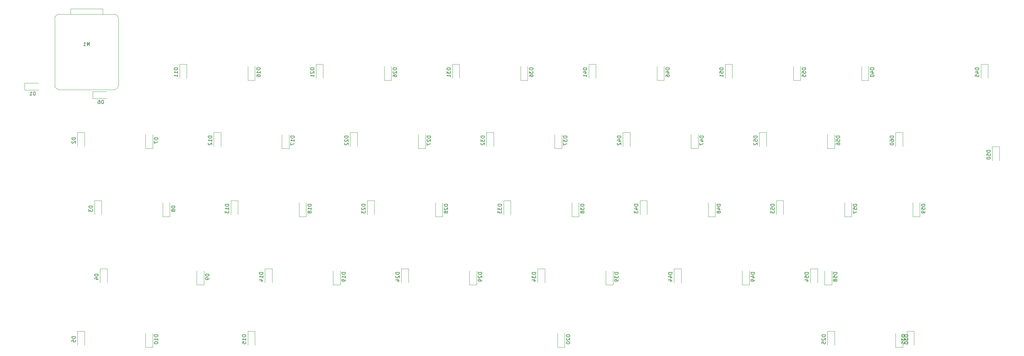
<source format=gbo>
G04 #@! TF.GenerationSoftware,KiCad,Pcbnew,(6.0.4)*
G04 #@! TF.CreationDate,2022-06-06T22:41:23+02:00*
G04 #@! TF.ProjectId,XIAO2040,5849414f-3230-4343-902e-6b696361645f,rev?*
G04 #@! TF.SameCoordinates,Original*
G04 #@! TF.FileFunction,Legend,Bot*
G04 #@! TF.FilePolarity,Positive*
%FSLAX46Y46*%
G04 Gerber Fmt 4.6, Leading zero omitted, Abs format (unit mm)*
G04 Created by KiCad (PCBNEW (6.0.4)) date 2022-06-06 22:41:23*
%MOMM*%
%LPD*%
G01*
G04 APERTURE LIST*
%ADD10C,0.150000*%
%ADD11C,0.120000*%
G04 APERTURE END LIST*
D10*
G04 #@! TO.C,D21*
X104814880Y79795535D02*
X103814880Y79795535D01*
X103814880Y79557440D01*
X103862500Y79414583D01*
X103957738Y79319345D01*
X104052976Y79271726D01*
X104243452Y79224107D01*
X104386309Y79224107D01*
X104576785Y79271726D01*
X104672023Y79319345D01*
X104767261Y79414583D01*
X104814880Y79557440D01*
X104814880Y79795535D01*
X103910119Y78843154D02*
X103862500Y78795535D01*
X103814880Y78700297D01*
X103814880Y78462202D01*
X103862500Y78366964D01*
X103910119Y78319345D01*
X104005357Y78271726D01*
X104100595Y78271726D01*
X104243452Y78319345D01*
X104814880Y78890773D01*
X104814880Y78271726D01*
X104814880Y77319345D02*
X104814880Y77890773D01*
X104814880Y77605059D02*
X103814880Y77605059D01*
X103957738Y77700297D01*
X104052976Y77795535D01*
X104100595Y77890773D01*
G04 #@! TO.C,D55*
X242164880Y79795535D02*
X241164880Y79795535D01*
X241164880Y79557440D01*
X241212500Y79414583D01*
X241307738Y79319345D01*
X241402976Y79271726D01*
X241593452Y79224107D01*
X241736309Y79224107D01*
X241926785Y79271726D01*
X242022023Y79319345D01*
X242117261Y79414583D01*
X242164880Y79557440D01*
X242164880Y79795535D01*
X241164880Y78319345D02*
X241164880Y78795535D01*
X241641071Y78843154D01*
X241593452Y78795535D01*
X241545833Y78700297D01*
X241545833Y78462202D01*
X241593452Y78366964D01*
X241641071Y78319345D01*
X241736309Y78271726D01*
X241974404Y78271726D01*
X242069642Y78319345D01*
X242117261Y78366964D01*
X242164880Y78462202D01*
X242164880Y78700297D01*
X242117261Y78795535D01*
X242069642Y78843154D01*
X241164880Y77366964D02*
X241164880Y77843154D01*
X241641071Y77890773D01*
X241593452Y77843154D01*
X241545833Y77747916D01*
X241545833Y77509821D01*
X241593452Y77414583D01*
X241641071Y77366964D01*
X241736309Y77319345D01*
X241974404Y77319345D01*
X242069642Y77366964D01*
X242117261Y77414583D01*
X242164880Y77509821D01*
X242164880Y77747916D01*
X242117261Y77843154D01*
X242069642Y77890773D01*
G04 #@! TO.C,D20*
X176283630Y5183035D02*
X175283630Y5183035D01*
X175283630Y4944940D01*
X175331250Y4802083D01*
X175426488Y4706845D01*
X175521726Y4659226D01*
X175712202Y4611607D01*
X175855059Y4611607D01*
X176045535Y4659226D01*
X176140773Y4706845D01*
X176236011Y4802083D01*
X176283630Y4944940D01*
X176283630Y5183035D01*
X175378869Y4230654D02*
X175331250Y4183035D01*
X175283630Y4087797D01*
X175283630Y3849702D01*
X175331250Y3754464D01*
X175378869Y3706845D01*
X175474107Y3659226D01*
X175569345Y3659226D01*
X175712202Y3706845D01*
X176283630Y4278273D01*
X176283630Y3659226D01*
X175283630Y3040178D02*
X175283630Y2944940D01*
X175331250Y2849702D01*
X175378869Y2802083D01*
X175474107Y2754464D01*
X175664583Y2706845D01*
X175902678Y2706845D01*
X176093154Y2754464D01*
X176188392Y2802083D01*
X176236011Y2849702D01*
X176283630Y2944940D01*
X176283630Y3040178D01*
X176236011Y3135416D01*
X176188392Y3183035D01*
X176093154Y3230654D01*
X175902678Y3278273D01*
X175664583Y3278273D01*
X175474107Y3230654D01*
X175378869Y3183035D01*
X175331250Y3135416D01*
X175283630Y3040178D01*
G04 #@! TO.C,D33*
X157202380Y41695535D02*
X156202380Y41695535D01*
X156202380Y41457440D01*
X156250000Y41314583D01*
X156345238Y41219345D01*
X156440476Y41171726D01*
X156630952Y41124107D01*
X156773809Y41124107D01*
X156964285Y41171726D01*
X157059523Y41219345D01*
X157154761Y41314583D01*
X157202380Y41457440D01*
X157202380Y41695535D01*
X156202380Y40790773D02*
X156202380Y40171726D01*
X156583333Y40505059D01*
X156583333Y40362202D01*
X156630952Y40266964D01*
X156678571Y40219345D01*
X156773809Y40171726D01*
X157011904Y40171726D01*
X157107142Y40219345D01*
X157154761Y40266964D01*
X157202380Y40362202D01*
X157202380Y40647916D01*
X157154761Y40743154D01*
X157107142Y40790773D01*
X156202380Y39838392D02*
X156202380Y39219345D01*
X156583333Y39552678D01*
X156583333Y39409821D01*
X156630952Y39314583D01*
X156678571Y39266964D01*
X156773809Y39219345D01*
X157011904Y39219345D01*
X157107142Y39266964D01*
X157154761Y39314583D01*
X157202380Y39409821D01*
X157202380Y39695535D01*
X157154761Y39790773D01*
X157107142Y39838392D01*
G04 #@! TO.C,D26*
X127864880Y79795535D02*
X126864880Y79795535D01*
X126864880Y79557440D01*
X126912500Y79414583D01*
X127007738Y79319345D01*
X127102976Y79271726D01*
X127293452Y79224107D01*
X127436309Y79224107D01*
X127626785Y79271726D01*
X127722023Y79319345D01*
X127817261Y79414583D01*
X127864880Y79557440D01*
X127864880Y79795535D01*
X126960119Y78843154D02*
X126912500Y78795535D01*
X126864880Y78700297D01*
X126864880Y78462202D01*
X126912500Y78366964D01*
X126960119Y78319345D01*
X127055357Y78271726D01*
X127150595Y78271726D01*
X127293452Y78319345D01*
X127864880Y78890773D01*
X127864880Y78271726D01*
X126864880Y77414583D02*
X126864880Y77605059D01*
X126912500Y77700297D01*
X126960119Y77747916D01*
X127102976Y77843154D01*
X127293452Y77890773D01*
X127674404Y77890773D01*
X127769642Y77843154D01*
X127817261Y77795535D01*
X127864880Y77700297D01*
X127864880Y77509821D01*
X127817261Y77414583D01*
X127769642Y77366964D01*
X127674404Y77319345D01*
X127436309Y77319345D01*
X127341071Y77366964D01*
X127293452Y77414583D01*
X127245833Y77509821D01*
X127245833Y77700297D01*
X127293452Y77795535D01*
X127341071Y77843154D01*
X127436309Y77890773D01*
G04 #@! TO.C,D23*
X119102380Y41695535D02*
X118102380Y41695535D01*
X118102380Y41457440D01*
X118150000Y41314583D01*
X118245238Y41219345D01*
X118340476Y41171726D01*
X118530952Y41124107D01*
X118673809Y41124107D01*
X118864285Y41171726D01*
X118959523Y41219345D01*
X119054761Y41314583D01*
X119102380Y41457440D01*
X119102380Y41695535D01*
X118197619Y40743154D02*
X118150000Y40695535D01*
X118102380Y40600297D01*
X118102380Y40362202D01*
X118150000Y40266964D01*
X118197619Y40219345D01*
X118292857Y40171726D01*
X118388095Y40171726D01*
X118530952Y40219345D01*
X119102380Y40790773D01*
X119102380Y40171726D01*
X118102380Y39838392D02*
X118102380Y39219345D01*
X118483333Y39552678D01*
X118483333Y39409821D01*
X118530952Y39314583D01*
X118578571Y39266964D01*
X118673809Y39219345D01*
X118911904Y39219345D01*
X119007142Y39266964D01*
X119054761Y39314583D01*
X119102380Y39409821D01*
X119102380Y39695535D01*
X119054761Y39790773D01*
X119007142Y39838392D01*
G04 #@! TO.C,D43*
X195302380Y41695535D02*
X194302380Y41695535D01*
X194302380Y41457440D01*
X194350000Y41314583D01*
X194445238Y41219345D01*
X194540476Y41171726D01*
X194730952Y41124107D01*
X194873809Y41124107D01*
X195064285Y41171726D01*
X195159523Y41219345D01*
X195254761Y41314583D01*
X195302380Y41457440D01*
X195302380Y41695535D01*
X194635714Y40266964D02*
X195302380Y40266964D01*
X194254761Y40505059D02*
X194969047Y40743154D01*
X194969047Y40124107D01*
X194302380Y39838392D02*
X194302380Y39219345D01*
X194683333Y39552678D01*
X194683333Y39409821D01*
X194730952Y39314583D01*
X194778571Y39266964D01*
X194873809Y39219345D01*
X195111904Y39219345D01*
X195207142Y39266964D01*
X195254761Y39314583D01*
X195302380Y39409821D01*
X195302380Y39695535D01*
X195254761Y39790773D01*
X195207142Y39838392D01*
G04 #@! TO.C,D60*
X266739880Y60745535D02*
X265739880Y60745535D01*
X265739880Y60507440D01*
X265787500Y60364583D01*
X265882738Y60269345D01*
X265977976Y60221726D01*
X266168452Y60174107D01*
X266311309Y60174107D01*
X266501785Y60221726D01*
X266597023Y60269345D01*
X266692261Y60364583D01*
X266739880Y60507440D01*
X266739880Y60745535D01*
X265739880Y59316964D02*
X265739880Y59507440D01*
X265787500Y59602678D01*
X265835119Y59650297D01*
X265977976Y59745535D01*
X266168452Y59793154D01*
X266549404Y59793154D01*
X266644642Y59745535D01*
X266692261Y59697916D01*
X266739880Y59602678D01*
X266739880Y59412202D01*
X266692261Y59316964D01*
X266644642Y59269345D01*
X266549404Y59221726D01*
X266311309Y59221726D01*
X266216071Y59269345D01*
X266168452Y59316964D01*
X266120833Y59412202D01*
X266120833Y59602678D01*
X266168452Y59697916D01*
X266216071Y59745535D01*
X266311309Y59793154D01*
X265739880Y58602678D02*
X265739880Y58507440D01*
X265787500Y58412202D01*
X265835119Y58364583D01*
X265930357Y58316964D01*
X266120833Y58269345D01*
X266358928Y58269345D01*
X266549404Y58316964D01*
X266644642Y58364583D01*
X266692261Y58412202D01*
X266739880Y58507440D01*
X266739880Y58602678D01*
X266692261Y58697916D01*
X266644642Y58745535D01*
X266549404Y58793154D01*
X266358928Y58840773D01*
X266120833Y58840773D01*
X265930357Y58793154D01*
X265835119Y58745535D01*
X265787500Y58697916D01*
X265739880Y58602678D01*
G04 #@! TO.C,D5*
X38139880Y4706845D02*
X37139880Y4706845D01*
X37139880Y4468750D01*
X37187500Y4325892D01*
X37282738Y4230654D01*
X37377976Y4183035D01*
X37568452Y4135416D01*
X37711309Y4135416D01*
X37901785Y4183035D01*
X37997023Y4230654D01*
X38092261Y4325892D01*
X38139880Y4468750D01*
X38139880Y4706845D01*
X37139880Y3230654D02*
X37139880Y3706845D01*
X37616071Y3754464D01*
X37568452Y3706845D01*
X37520833Y3611607D01*
X37520833Y3373511D01*
X37568452Y3278273D01*
X37616071Y3230654D01*
X37711309Y3183035D01*
X37949404Y3183035D01*
X38044642Y3230654D01*
X38092261Y3278273D01*
X38139880Y3373511D01*
X38139880Y3611607D01*
X38092261Y3706845D01*
X38044642Y3754464D01*
G04 #@! TO.C,D8*
X65952380Y41219345D02*
X64952380Y41219345D01*
X64952380Y40981250D01*
X65000000Y40838392D01*
X65095238Y40743154D01*
X65190476Y40695535D01*
X65380952Y40647916D01*
X65523809Y40647916D01*
X65714285Y40695535D01*
X65809523Y40743154D01*
X65904761Y40838392D01*
X65952380Y40981250D01*
X65952380Y41219345D01*
X65380952Y40076488D02*
X65333333Y40171726D01*
X65285714Y40219345D01*
X65190476Y40266964D01*
X65142857Y40266964D01*
X65047619Y40219345D01*
X65000000Y40171726D01*
X64952380Y40076488D01*
X64952380Y39886011D01*
X65000000Y39790773D01*
X65047619Y39743154D01*
X65142857Y39695535D01*
X65190476Y39695535D01*
X65285714Y39743154D01*
X65333333Y39790773D01*
X65380952Y39886011D01*
X65380952Y40076488D01*
X65428571Y40171726D01*
X65476190Y40219345D01*
X65571428Y40266964D01*
X65761904Y40266964D01*
X65857142Y40219345D01*
X65904761Y40171726D01*
X65952380Y40076488D01*
X65952380Y39886011D01*
X65904761Y39790773D01*
X65857142Y39743154D01*
X65761904Y39695535D01*
X65571428Y39695535D01*
X65476190Y39743154D01*
X65428571Y39790773D01*
X65380952Y39886011D01*
G04 #@! TO.C,D2*
X38139880Y60269345D02*
X37139880Y60269345D01*
X37139880Y60031250D01*
X37187500Y59888392D01*
X37282738Y59793154D01*
X37377976Y59745535D01*
X37568452Y59697916D01*
X37711309Y59697916D01*
X37901785Y59745535D01*
X37997023Y59793154D01*
X38092261Y59888392D01*
X38139880Y60031250D01*
X38139880Y60269345D01*
X37235119Y59316964D02*
X37187500Y59269345D01*
X37139880Y59174107D01*
X37139880Y58936011D01*
X37187500Y58840773D01*
X37235119Y58793154D01*
X37330357Y58745535D01*
X37425595Y58745535D01*
X37568452Y58793154D01*
X38139880Y59364583D01*
X38139880Y58745535D01*
G04 #@! TO.C,D37*
X175489880Y60745535D02*
X174489880Y60745535D01*
X174489880Y60507440D01*
X174537500Y60364583D01*
X174632738Y60269345D01*
X174727976Y60221726D01*
X174918452Y60174107D01*
X175061309Y60174107D01*
X175251785Y60221726D01*
X175347023Y60269345D01*
X175442261Y60364583D01*
X175489880Y60507440D01*
X175489880Y60745535D01*
X174489880Y59840773D02*
X174489880Y59221726D01*
X174870833Y59555059D01*
X174870833Y59412202D01*
X174918452Y59316964D01*
X174966071Y59269345D01*
X175061309Y59221726D01*
X175299404Y59221726D01*
X175394642Y59269345D01*
X175442261Y59316964D01*
X175489880Y59412202D01*
X175489880Y59697916D01*
X175442261Y59793154D01*
X175394642Y59840773D01*
X174489880Y58888392D02*
X174489880Y58221726D01*
X175489880Y58650297D01*
G04 #@! TO.C,D52*
X228639880Y60745535D02*
X227639880Y60745535D01*
X227639880Y60507440D01*
X227687500Y60364583D01*
X227782738Y60269345D01*
X227877976Y60221726D01*
X228068452Y60174107D01*
X228211309Y60174107D01*
X228401785Y60221726D01*
X228497023Y60269345D01*
X228592261Y60364583D01*
X228639880Y60507440D01*
X228639880Y60745535D01*
X227639880Y59269345D02*
X227639880Y59745535D01*
X228116071Y59793154D01*
X228068452Y59745535D01*
X228020833Y59650297D01*
X228020833Y59412202D01*
X228068452Y59316964D01*
X228116071Y59269345D01*
X228211309Y59221726D01*
X228449404Y59221726D01*
X228544642Y59269345D01*
X228592261Y59316964D01*
X228639880Y59412202D01*
X228639880Y59650297D01*
X228592261Y59745535D01*
X228544642Y59793154D01*
X227735119Y58840773D02*
X227687500Y58793154D01*
X227639880Y58697916D01*
X227639880Y58459821D01*
X227687500Y58364583D01*
X227735119Y58316964D01*
X227830357Y58269345D01*
X227925595Y58269345D01*
X228068452Y58316964D01*
X228639880Y58888392D01*
X228639880Y58269345D01*
G04 #@! TO.C,M1*
X42084523Y85970869D02*
X42084523Y86970869D01*
X41751190Y86256583D01*
X41417857Y86970869D01*
X41417857Y85970869D01*
X40417857Y85970869D02*
X40989285Y85970869D01*
X40703571Y85970869D02*
X40703571Y86970869D01*
X40798809Y86828011D01*
X40894047Y86732773D01*
X40989285Y86685154D01*
G04 #@! TO.C,D29*
X151677380Y22645535D02*
X150677380Y22645535D01*
X150677380Y22407440D01*
X150725000Y22264583D01*
X150820238Y22169345D01*
X150915476Y22121726D01*
X151105952Y22074107D01*
X151248809Y22074107D01*
X151439285Y22121726D01*
X151534523Y22169345D01*
X151629761Y22264583D01*
X151677380Y22407440D01*
X151677380Y22645535D01*
X150772619Y21693154D02*
X150725000Y21645535D01*
X150677380Y21550297D01*
X150677380Y21312202D01*
X150725000Y21216964D01*
X150772619Y21169345D01*
X150867857Y21121726D01*
X150963095Y21121726D01*
X151105952Y21169345D01*
X151677380Y21740773D01*
X151677380Y21121726D01*
X151677380Y20645535D02*
X151677380Y20455059D01*
X151629761Y20359821D01*
X151582142Y20312202D01*
X151439285Y20216964D01*
X151248809Y20169345D01*
X150867857Y20169345D01*
X150772619Y20216964D01*
X150725000Y20264583D01*
X150677380Y20359821D01*
X150677380Y20550297D01*
X150725000Y20645535D01*
X150772619Y20693154D01*
X150867857Y20740773D01*
X151105952Y20740773D01*
X151201190Y20693154D01*
X151248809Y20645535D01*
X151296428Y20550297D01*
X151296428Y20359821D01*
X151248809Y20264583D01*
X151201190Y20216964D01*
X151105952Y20169345D01*
G04 #@! TO.C,D22*
X114339880Y60745535D02*
X113339880Y60745535D01*
X113339880Y60507440D01*
X113387500Y60364583D01*
X113482738Y60269345D01*
X113577976Y60221726D01*
X113768452Y60174107D01*
X113911309Y60174107D01*
X114101785Y60221726D01*
X114197023Y60269345D01*
X114292261Y60364583D01*
X114339880Y60507440D01*
X114339880Y60745535D01*
X113435119Y59793154D02*
X113387500Y59745535D01*
X113339880Y59650297D01*
X113339880Y59412202D01*
X113387500Y59316964D01*
X113435119Y59269345D01*
X113530357Y59221726D01*
X113625595Y59221726D01*
X113768452Y59269345D01*
X114339880Y59840773D01*
X114339880Y59221726D01*
X113435119Y58840773D02*
X113387500Y58793154D01*
X113339880Y58697916D01*
X113339880Y58459821D01*
X113387500Y58364583D01*
X113435119Y58316964D01*
X113530357Y58269345D01*
X113625595Y58269345D01*
X113768452Y58316964D01*
X114339880Y58888392D01*
X114339880Y58269345D01*
G04 #@! TO.C,D57*
X256452380Y41695535D02*
X255452380Y41695535D01*
X255452380Y41457440D01*
X255500000Y41314583D01*
X255595238Y41219345D01*
X255690476Y41171726D01*
X255880952Y41124107D01*
X256023809Y41124107D01*
X256214285Y41171726D01*
X256309523Y41219345D01*
X256404761Y41314583D01*
X256452380Y41457440D01*
X256452380Y41695535D01*
X255452380Y40219345D02*
X255452380Y40695535D01*
X255928571Y40743154D01*
X255880952Y40695535D01*
X255833333Y40600297D01*
X255833333Y40362202D01*
X255880952Y40266964D01*
X255928571Y40219345D01*
X256023809Y40171726D01*
X256261904Y40171726D01*
X256357142Y40219345D01*
X256404761Y40266964D01*
X256452380Y40362202D01*
X256452380Y40600297D01*
X256404761Y40695535D01*
X256357142Y40743154D01*
X255452380Y39838392D02*
X255452380Y39171726D01*
X256452380Y39600297D01*
G04 #@! TO.C,D19*
X113577380Y22645535D02*
X112577380Y22645535D01*
X112577380Y22407440D01*
X112625000Y22264583D01*
X112720238Y22169345D01*
X112815476Y22121726D01*
X113005952Y22074107D01*
X113148809Y22074107D01*
X113339285Y22121726D01*
X113434523Y22169345D01*
X113529761Y22264583D01*
X113577380Y22407440D01*
X113577380Y22645535D01*
X113577380Y21121726D02*
X113577380Y21693154D01*
X113577380Y21407440D02*
X112577380Y21407440D01*
X112720238Y21502678D01*
X112815476Y21597916D01*
X112863095Y21693154D01*
X113577380Y20645535D02*
X113577380Y20455059D01*
X113529761Y20359821D01*
X113482142Y20312202D01*
X113339285Y20216964D01*
X113148809Y20169345D01*
X112767857Y20169345D01*
X112672619Y20216964D01*
X112625000Y20264583D01*
X112577380Y20359821D01*
X112577380Y20550297D01*
X112625000Y20645535D01*
X112672619Y20693154D01*
X112767857Y20740773D01*
X113005952Y20740773D01*
X113101190Y20693154D01*
X113148809Y20645535D01*
X113196428Y20550297D01*
X113196428Y20359821D01*
X113148809Y20264583D01*
X113101190Y20216964D01*
X113005952Y20169345D01*
G04 #@! TO.C,D28*
X142152380Y41695535D02*
X141152380Y41695535D01*
X141152380Y41457440D01*
X141200000Y41314583D01*
X141295238Y41219345D01*
X141390476Y41171726D01*
X141580952Y41124107D01*
X141723809Y41124107D01*
X141914285Y41171726D01*
X142009523Y41219345D01*
X142104761Y41314583D01*
X142152380Y41457440D01*
X142152380Y41695535D01*
X141247619Y40743154D02*
X141200000Y40695535D01*
X141152380Y40600297D01*
X141152380Y40362202D01*
X141200000Y40266964D01*
X141247619Y40219345D01*
X141342857Y40171726D01*
X141438095Y40171726D01*
X141580952Y40219345D01*
X142152380Y40790773D01*
X142152380Y40171726D01*
X141580952Y39600297D02*
X141533333Y39695535D01*
X141485714Y39743154D01*
X141390476Y39790773D01*
X141342857Y39790773D01*
X141247619Y39743154D01*
X141200000Y39695535D01*
X141152380Y39600297D01*
X141152380Y39409821D01*
X141200000Y39314583D01*
X141247619Y39266964D01*
X141342857Y39219345D01*
X141390476Y39219345D01*
X141485714Y39266964D01*
X141533333Y39314583D01*
X141580952Y39409821D01*
X141580952Y39600297D01*
X141628571Y39695535D01*
X141676190Y39743154D01*
X141771428Y39790773D01*
X141961904Y39790773D01*
X142057142Y39743154D01*
X142104761Y39695535D01*
X142152380Y39600297D01*
X142152380Y39409821D01*
X142104761Y39314583D01*
X142057142Y39266964D01*
X141961904Y39219345D01*
X141771428Y39219345D01*
X141676190Y39266964D01*
X141628571Y39314583D01*
X141580952Y39409821D01*
G04 #@! TO.C,D16*
X89764880Y79795535D02*
X88764880Y79795535D01*
X88764880Y79557440D01*
X88812500Y79414583D01*
X88907738Y79319345D01*
X89002976Y79271726D01*
X89193452Y79224107D01*
X89336309Y79224107D01*
X89526785Y79271726D01*
X89622023Y79319345D01*
X89717261Y79414583D01*
X89764880Y79557440D01*
X89764880Y79795535D01*
X89764880Y78271726D02*
X89764880Y78843154D01*
X89764880Y78557440D02*
X88764880Y78557440D01*
X88907738Y78652678D01*
X89002976Y78747916D01*
X89050595Y78843154D01*
X88764880Y77414583D02*
X88764880Y77605059D01*
X88812500Y77700297D01*
X88860119Y77747916D01*
X89002976Y77843154D01*
X89193452Y77890773D01*
X89574404Y77890773D01*
X89669642Y77843154D01*
X89717261Y77795535D01*
X89764880Y77700297D01*
X89764880Y77509821D01*
X89717261Y77414583D01*
X89669642Y77366964D01*
X89574404Y77319345D01*
X89336309Y77319345D01*
X89241071Y77366964D01*
X89193452Y77414583D01*
X89145833Y77509821D01*
X89145833Y77700297D01*
X89193452Y77795535D01*
X89241071Y77843154D01*
X89336309Y77890773D01*
G04 #@! TO.C,D39*
X189777380Y22645535D02*
X188777380Y22645535D01*
X188777380Y22407440D01*
X188825000Y22264583D01*
X188920238Y22169345D01*
X189015476Y22121726D01*
X189205952Y22074107D01*
X189348809Y22074107D01*
X189539285Y22121726D01*
X189634523Y22169345D01*
X189729761Y22264583D01*
X189777380Y22407440D01*
X189777380Y22645535D01*
X188777380Y21740773D02*
X188777380Y21121726D01*
X189158333Y21455059D01*
X189158333Y21312202D01*
X189205952Y21216964D01*
X189253571Y21169345D01*
X189348809Y21121726D01*
X189586904Y21121726D01*
X189682142Y21169345D01*
X189729761Y21216964D01*
X189777380Y21312202D01*
X189777380Y21597916D01*
X189729761Y21693154D01*
X189682142Y21740773D01*
X189777380Y20645535D02*
X189777380Y20455059D01*
X189729761Y20359821D01*
X189682142Y20312202D01*
X189539285Y20216964D01*
X189348809Y20169345D01*
X188967857Y20169345D01*
X188872619Y20216964D01*
X188825000Y20264583D01*
X188777380Y20359821D01*
X188777380Y20550297D01*
X188825000Y20645535D01*
X188872619Y20693154D01*
X188967857Y20740773D01*
X189205952Y20740773D01*
X189301190Y20693154D01*
X189348809Y20645535D01*
X189396428Y20550297D01*
X189396428Y20359821D01*
X189348809Y20264583D01*
X189301190Y20216964D01*
X189205952Y20169345D01*
G04 #@! TO.C,D31*
X142914880Y79795535D02*
X141914880Y79795535D01*
X141914880Y79557440D01*
X141962500Y79414583D01*
X142057738Y79319345D01*
X142152976Y79271726D01*
X142343452Y79224107D01*
X142486309Y79224107D01*
X142676785Y79271726D01*
X142772023Y79319345D01*
X142867261Y79414583D01*
X142914880Y79557440D01*
X142914880Y79795535D01*
X141914880Y78890773D02*
X141914880Y78271726D01*
X142295833Y78605059D01*
X142295833Y78462202D01*
X142343452Y78366964D01*
X142391071Y78319345D01*
X142486309Y78271726D01*
X142724404Y78271726D01*
X142819642Y78319345D01*
X142867261Y78366964D01*
X142914880Y78462202D01*
X142914880Y78747916D01*
X142867261Y78843154D01*
X142819642Y78890773D01*
X142914880Y77319345D02*
X142914880Y77890773D01*
X142914880Y77605059D02*
X141914880Y77605059D01*
X142057738Y77700297D01*
X142152976Y77795535D01*
X142200595Y77890773D01*
G04 #@! TO.C,D42*
X190539880Y60745535D02*
X189539880Y60745535D01*
X189539880Y60507440D01*
X189587500Y60364583D01*
X189682738Y60269345D01*
X189777976Y60221726D01*
X189968452Y60174107D01*
X190111309Y60174107D01*
X190301785Y60221726D01*
X190397023Y60269345D01*
X190492261Y60364583D01*
X190539880Y60507440D01*
X190539880Y60745535D01*
X189873214Y59316964D02*
X190539880Y59316964D01*
X189492261Y59555059D02*
X190206547Y59793154D01*
X190206547Y59174107D01*
X189635119Y58840773D02*
X189587500Y58793154D01*
X189539880Y58697916D01*
X189539880Y58459821D01*
X189587500Y58364583D01*
X189635119Y58316964D01*
X189730357Y58269345D01*
X189825595Y58269345D01*
X189968452Y58316964D01*
X190539880Y58888392D01*
X190539880Y58269345D01*
G04 #@! TO.C,D30*
X270739880Y5183035D02*
X269739880Y5183035D01*
X269739880Y4944940D01*
X269787500Y4802083D01*
X269882738Y4706845D01*
X269977976Y4659226D01*
X270168452Y4611607D01*
X270311309Y4611607D01*
X270501785Y4659226D01*
X270597023Y4706845D01*
X270692261Y4802083D01*
X270739880Y4944940D01*
X270739880Y5183035D01*
X269739880Y4278273D02*
X269739880Y3659226D01*
X270120833Y3992559D01*
X270120833Y3849702D01*
X270168452Y3754464D01*
X270216071Y3706845D01*
X270311309Y3659226D01*
X270549404Y3659226D01*
X270644642Y3706845D01*
X270692261Y3754464D01*
X270739880Y3849702D01*
X270739880Y4135416D01*
X270692261Y4230654D01*
X270644642Y4278273D01*
X269739880Y3040178D02*
X269739880Y2944940D01*
X269787500Y2849702D01*
X269835119Y2802083D01*
X269930357Y2754464D01*
X270120833Y2706845D01*
X270358928Y2706845D01*
X270549404Y2754464D01*
X270644642Y2802083D01*
X270692261Y2849702D01*
X270739880Y2944940D01*
X270739880Y3040178D01*
X270692261Y3135416D01*
X270644642Y3183035D01*
X270549404Y3230654D01*
X270358928Y3278273D01*
X270120833Y3278273D01*
X269930357Y3230654D01*
X269835119Y3183035D01*
X269787500Y3135416D01*
X269739880Y3040178D01*
G04 #@! TO.C,D54*
X242927380Y22645535D02*
X241927380Y22645535D01*
X241927380Y22407440D01*
X241975000Y22264583D01*
X242070238Y22169345D01*
X242165476Y22121726D01*
X242355952Y22074107D01*
X242498809Y22074107D01*
X242689285Y22121726D01*
X242784523Y22169345D01*
X242879761Y22264583D01*
X242927380Y22407440D01*
X242927380Y22645535D01*
X241927380Y21169345D02*
X241927380Y21645535D01*
X242403571Y21693154D01*
X242355952Y21645535D01*
X242308333Y21550297D01*
X242308333Y21312202D01*
X242355952Y21216964D01*
X242403571Y21169345D01*
X242498809Y21121726D01*
X242736904Y21121726D01*
X242832142Y21169345D01*
X242879761Y21216964D01*
X242927380Y21312202D01*
X242927380Y21550297D01*
X242879761Y21645535D01*
X242832142Y21693154D01*
X242260714Y20264583D02*
X242927380Y20264583D01*
X241879761Y20502678D02*
X242594047Y20740773D01*
X242594047Y20121726D01*
G04 #@! TO.C,D35*
X269914880Y5183035D02*
X268914880Y5183035D01*
X268914880Y4944940D01*
X268962500Y4802083D01*
X269057738Y4706845D01*
X269152976Y4659226D01*
X269343452Y4611607D01*
X269486309Y4611607D01*
X269676785Y4659226D01*
X269772023Y4706845D01*
X269867261Y4802083D01*
X269914880Y4944940D01*
X269914880Y5183035D01*
X268914880Y4278273D02*
X268914880Y3659226D01*
X269295833Y3992559D01*
X269295833Y3849702D01*
X269343452Y3754464D01*
X269391071Y3706845D01*
X269486309Y3659226D01*
X269724404Y3659226D01*
X269819642Y3706845D01*
X269867261Y3754464D01*
X269914880Y3849702D01*
X269914880Y4135416D01*
X269867261Y4230654D01*
X269819642Y4278273D01*
X268914880Y2754464D02*
X268914880Y3230654D01*
X269391071Y3278273D01*
X269343452Y3230654D01*
X269295833Y3135416D01*
X269295833Y2897321D01*
X269343452Y2802083D01*
X269391071Y2754464D01*
X269486309Y2706845D01*
X269724404Y2706845D01*
X269819642Y2754464D01*
X269867261Y2802083D01*
X269914880Y2897321D01*
X269914880Y3135416D01*
X269867261Y3230654D01*
X269819642Y3278273D01*
G04 #@! TO.C,D25*
X247689880Y5183035D02*
X246689880Y5183035D01*
X246689880Y4944940D01*
X246737500Y4802083D01*
X246832738Y4706845D01*
X246927976Y4659226D01*
X247118452Y4611607D01*
X247261309Y4611607D01*
X247451785Y4659226D01*
X247547023Y4706845D01*
X247642261Y4802083D01*
X247689880Y4944940D01*
X247689880Y5183035D01*
X246785119Y4230654D02*
X246737500Y4183035D01*
X246689880Y4087797D01*
X246689880Y3849702D01*
X246737500Y3754464D01*
X246785119Y3706845D01*
X246880357Y3659226D01*
X246975595Y3659226D01*
X247118452Y3706845D01*
X247689880Y4278273D01*
X247689880Y3659226D01*
X246689880Y2754464D02*
X246689880Y3230654D01*
X247166071Y3278273D01*
X247118452Y3230654D01*
X247070833Y3135416D01*
X247070833Y2897321D01*
X247118452Y2802083D01*
X247166071Y2754464D01*
X247261309Y2706845D01*
X247499404Y2706845D01*
X247594642Y2754464D01*
X247642261Y2802083D01*
X247689880Y2897321D01*
X247689880Y3135416D01*
X247642261Y3230654D01*
X247594642Y3278273D01*
G04 #@! TO.C,D1*
X26931845Y72160119D02*
X26931845Y73160119D01*
X26693750Y73160119D01*
X26550892Y73112500D01*
X26455654Y73017261D01*
X26408035Y72922023D01*
X26360416Y72731547D01*
X26360416Y72588690D01*
X26408035Y72398214D01*
X26455654Y72302976D01*
X26550892Y72207738D01*
X26693750Y72160119D01*
X26931845Y72160119D01*
X25408035Y72160119D02*
X25979464Y72160119D01*
X25693750Y72160119D02*
X25693750Y73160119D01*
X25788988Y73017261D01*
X25884226Y72922023D01*
X25979464Y72874404D01*
G04 #@! TO.C,D50*
X293727380Y56776785D02*
X292727380Y56776785D01*
X292727380Y56538690D01*
X292775000Y56395833D01*
X292870238Y56300595D01*
X292965476Y56252976D01*
X293155952Y56205357D01*
X293298809Y56205357D01*
X293489285Y56252976D01*
X293584523Y56300595D01*
X293679761Y56395833D01*
X293727380Y56538690D01*
X293727380Y56776785D01*
X292727380Y55300595D02*
X292727380Y55776785D01*
X293203571Y55824404D01*
X293155952Y55776785D01*
X293108333Y55681547D01*
X293108333Y55443452D01*
X293155952Y55348214D01*
X293203571Y55300595D01*
X293298809Y55252976D01*
X293536904Y55252976D01*
X293632142Y55300595D01*
X293679761Y55348214D01*
X293727380Y55443452D01*
X293727380Y55681547D01*
X293679761Y55776785D01*
X293632142Y55824404D01*
X292727380Y54633928D02*
X292727380Y54538690D01*
X292775000Y54443452D01*
X292822619Y54395833D01*
X292917857Y54348214D01*
X293108333Y54300595D01*
X293346428Y54300595D01*
X293536904Y54348214D01*
X293632142Y54395833D01*
X293679761Y54443452D01*
X293727380Y54538690D01*
X293727380Y54633928D01*
X293679761Y54729166D01*
X293632142Y54776785D01*
X293536904Y54824404D01*
X293346428Y54872023D01*
X293108333Y54872023D01*
X292917857Y54824404D01*
X292822619Y54776785D01*
X292775000Y54729166D01*
X292727380Y54633928D01*
G04 #@! TO.C,D41*
X181014880Y79795535D02*
X180014880Y79795535D01*
X180014880Y79557440D01*
X180062500Y79414583D01*
X180157738Y79319345D01*
X180252976Y79271726D01*
X180443452Y79224107D01*
X180586309Y79224107D01*
X180776785Y79271726D01*
X180872023Y79319345D01*
X180967261Y79414583D01*
X181014880Y79557440D01*
X181014880Y79795535D01*
X180348214Y78366964D02*
X181014880Y78366964D01*
X179967261Y78605059D02*
X180681547Y78843154D01*
X180681547Y78224107D01*
X181014880Y77319345D02*
X181014880Y77890773D01*
X181014880Y77605059D02*
X180014880Y77605059D01*
X180157738Y77700297D01*
X180252976Y77795535D01*
X180300595Y77890773D01*
G04 #@! TO.C,D51*
X219114880Y79795535D02*
X218114880Y79795535D01*
X218114880Y79557440D01*
X218162500Y79414583D01*
X218257738Y79319345D01*
X218352976Y79271726D01*
X218543452Y79224107D01*
X218686309Y79224107D01*
X218876785Y79271726D01*
X218972023Y79319345D01*
X219067261Y79414583D01*
X219114880Y79557440D01*
X219114880Y79795535D01*
X218114880Y78319345D02*
X218114880Y78795535D01*
X218591071Y78843154D01*
X218543452Y78795535D01*
X218495833Y78700297D01*
X218495833Y78462202D01*
X218543452Y78366964D01*
X218591071Y78319345D01*
X218686309Y78271726D01*
X218924404Y78271726D01*
X219019642Y78319345D01*
X219067261Y78366964D01*
X219114880Y78462202D01*
X219114880Y78700297D01*
X219067261Y78795535D01*
X219019642Y78843154D01*
X219114880Y77319345D02*
X219114880Y77890773D01*
X219114880Y77605059D02*
X218114880Y77605059D01*
X218257738Y77700297D01*
X218352976Y77795535D01*
X218400595Y77890773D01*
G04 #@! TO.C,D27*
X137389880Y60745535D02*
X136389880Y60745535D01*
X136389880Y60507440D01*
X136437500Y60364583D01*
X136532738Y60269345D01*
X136627976Y60221726D01*
X136818452Y60174107D01*
X136961309Y60174107D01*
X137151785Y60221726D01*
X137247023Y60269345D01*
X137342261Y60364583D01*
X137389880Y60507440D01*
X137389880Y60745535D01*
X136485119Y59793154D02*
X136437500Y59745535D01*
X136389880Y59650297D01*
X136389880Y59412202D01*
X136437500Y59316964D01*
X136485119Y59269345D01*
X136580357Y59221726D01*
X136675595Y59221726D01*
X136818452Y59269345D01*
X137389880Y59840773D01*
X137389880Y59221726D01*
X136389880Y58888392D02*
X136389880Y58221726D01*
X137389880Y58650297D01*
G04 #@! TO.C,D10*
X61189880Y5183035D02*
X60189880Y5183035D01*
X60189880Y4944940D01*
X60237500Y4802083D01*
X60332738Y4706845D01*
X60427976Y4659226D01*
X60618452Y4611607D01*
X60761309Y4611607D01*
X60951785Y4659226D01*
X61047023Y4706845D01*
X61142261Y4802083D01*
X61189880Y4944940D01*
X61189880Y5183035D01*
X61189880Y3659226D02*
X61189880Y4230654D01*
X61189880Y3944940D02*
X60189880Y3944940D01*
X60332738Y4040178D01*
X60427976Y4135416D01*
X60475595Y4230654D01*
X60189880Y3040178D02*
X60189880Y2944940D01*
X60237500Y2849702D01*
X60285119Y2802083D01*
X60380357Y2754464D01*
X60570833Y2706845D01*
X60808928Y2706845D01*
X60999404Y2754464D01*
X61094642Y2802083D01*
X61142261Y2849702D01*
X61189880Y2944940D01*
X61189880Y3040178D01*
X61142261Y3135416D01*
X61094642Y3183035D01*
X60999404Y3230654D01*
X60808928Y3278273D01*
X60570833Y3278273D01*
X60380357Y3230654D01*
X60285119Y3183035D01*
X60237500Y3135416D01*
X60189880Y3040178D01*
G04 #@! TO.C,D53*
X233402380Y41695535D02*
X232402380Y41695535D01*
X232402380Y41457440D01*
X232450000Y41314583D01*
X232545238Y41219345D01*
X232640476Y41171726D01*
X232830952Y41124107D01*
X232973809Y41124107D01*
X233164285Y41171726D01*
X233259523Y41219345D01*
X233354761Y41314583D01*
X233402380Y41457440D01*
X233402380Y41695535D01*
X232402380Y40219345D02*
X232402380Y40695535D01*
X232878571Y40743154D01*
X232830952Y40695535D01*
X232783333Y40600297D01*
X232783333Y40362202D01*
X232830952Y40266964D01*
X232878571Y40219345D01*
X232973809Y40171726D01*
X233211904Y40171726D01*
X233307142Y40219345D01*
X233354761Y40266964D01*
X233402380Y40362202D01*
X233402380Y40600297D01*
X233354761Y40695535D01*
X233307142Y40743154D01*
X232402380Y39838392D02*
X232402380Y39219345D01*
X232783333Y39552678D01*
X232783333Y39409821D01*
X232830952Y39314583D01*
X232878571Y39266964D01*
X232973809Y39219345D01*
X233211904Y39219345D01*
X233307142Y39266964D01*
X233354761Y39314583D01*
X233402380Y39409821D01*
X233402380Y39695535D01*
X233354761Y39790773D01*
X233307142Y39838392D01*
G04 #@! TO.C,D6*
X45981845Y69778869D02*
X45981845Y70778869D01*
X45743750Y70778869D01*
X45600892Y70731250D01*
X45505654Y70636011D01*
X45458035Y70540773D01*
X45410416Y70350297D01*
X45410416Y70207440D01*
X45458035Y70016964D01*
X45505654Y69921726D01*
X45600892Y69826488D01*
X45743750Y69778869D01*
X45981845Y69778869D01*
X44553273Y70778869D02*
X44743750Y70778869D01*
X44838988Y70731250D01*
X44886607Y70683630D01*
X44981845Y70540773D01*
X45029464Y70350297D01*
X45029464Y69969345D01*
X44981845Y69874107D01*
X44934226Y69826488D01*
X44838988Y69778869D01*
X44648511Y69778869D01*
X44553273Y69826488D01*
X44505654Y69874107D01*
X44458035Y69969345D01*
X44458035Y70207440D01*
X44505654Y70302678D01*
X44553273Y70350297D01*
X44648511Y70397916D01*
X44838988Y70397916D01*
X44934226Y70350297D01*
X44981845Y70302678D01*
X45029464Y70207440D01*
G04 #@! TO.C,D38*
X180252380Y41695535D02*
X179252380Y41695535D01*
X179252380Y41457440D01*
X179300000Y41314583D01*
X179395238Y41219345D01*
X179490476Y41171726D01*
X179680952Y41124107D01*
X179823809Y41124107D01*
X180014285Y41171726D01*
X180109523Y41219345D01*
X180204761Y41314583D01*
X180252380Y41457440D01*
X180252380Y41695535D01*
X179252380Y40790773D02*
X179252380Y40171726D01*
X179633333Y40505059D01*
X179633333Y40362202D01*
X179680952Y40266964D01*
X179728571Y40219345D01*
X179823809Y40171726D01*
X180061904Y40171726D01*
X180157142Y40219345D01*
X180204761Y40266964D01*
X180252380Y40362202D01*
X180252380Y40647916D01*
X180204761Y40743154D01*
X180157142Y40790773D01*
X179680952Y39600297D02*
X179633333Y39695535D01*
X179585714Y39743154D01*
X179490476Y39790773D01*
X179442857Y39790773D01*
X179347619Y39743154D01*
X179300000Y39695535D01*
X179252380Y39600297D01*
X179252380Y39409821D01*
X179300000Y39314583D01*
X179347619Y39266964D01*
X179442857Y39219345D01*
X179490476Y39219345D01*
X179585714Y39266964D01*
X179633333Y39314583D01*
X179680952Y39409821D01*
X179680952Y39600297D01*
X179728571Y39695535D01*
X179776190Y39743154D01*
X179871428Y39790773D01*
X180061904Y39790773D01*
X180157142Y39743154D01*
X180204761Y39695535D01*
X180252380Y39600297D01*
X180252380Y39409821D01*
X180204761Y39314583D01*
X180157142Y39266964D01*
X180061904Y39219345D01*
X179871428Y39219345D01*
X179776190Y39266964D01*
X179728571Y39314583D01*
X179680952Y39409821D01*
G04 #@! TO.C,D17*
X99289880Y60745535D02*
X98289880Y60745535D01*
X98289880Y60507440D01*
X98337500Y60364583D01*
X98432738Y60269345D01*
X98527976Y60221726D01*
X98718452Y60174107D01*
X98861309Y60174107D01*
X99051785Y60221726D01*
X99147023Y60269345D01*
X99242261Y60364583D01*
X99289880Y60507440D01*
X99289880Y60745535D01*
X99289880Y59221726D02*
X99289880Y59793154D01*
X99289880Y59507440D02*
X98289880Y59507440D01*
X98432738Y59602678D01*
X98527976Y59697916D01*
X98575595Y59793154D01*
X98289880Y58888392D02*
X98289880Y58221726D01*
X99289880Y58650297D01*
G04 #@! TO.C,D12*
X76239880Y60745535D02*
X75239880Y60745535D01*
X75239880Y60507440D01*
X75287500Y60364583D01*
X75382738Y60269345D01*
X75477976Y60221726D01*
X75668452Y60174107D01*
X75811309Y60174107D01*
X76001785Y60221726D01*
X76097023Y60269345D01*
X76192261Y60364583D01*
X76239880Y60507440D01*
X76239880Y60745535D01*
X76239880Y59221726D02*
X76239880Y59793154D01*
X76239880Y59507440D02*
X75239880Y59507440D01*
X75382738Y59602678D01*
X75477976Y59697916D01*
X75525595Y59793154D01*
X75335119Y58840773D02*
X75287500Y58793154D01*
X75239880Y58697916D01*
X75239880Y58459821D01*
X75287500Y58364583D01*
X75335119Y58316964D01*
X75430357Y58269345D01*
X75525595Y58269345D01*
X75668452Y58316964D01*
X76239880Y58888392D01*
X76239880Y58269345D01*
G04 #@! TO.C,D44*
X204827380Y22645535D02*
X203827380Y22645535D01*
X203827380Y22407440D01*
X203875000Y22264583D01*
X203970238Y22169345D01*
X204065476Y22121726D01*
X204255952Y22074107D01*
X204398809Y22074107D01*
X204589285Y22121726D01*
X204684523Y22169345D01*
X204779761Y22264583D01*
X204827380Y22407440D01*
X204827380Y22645535D01*
X204160714Y21216964D02*
X204827380Y21216964D01*
X203779761Y21455059D02*
X204494047Y21693154D01*
X204494047Y21074107D01*
X204160714Y20264583D02*
X204827380Y20264583D01*
X203779761Y20502678D02*
X204494047Y20740773D01*
X204494047Y20121726D01*
G04 #@! TO.C,D45*
X290552380Y79795535D02*
X289552380Y79795535D01*
X289552380Y79557440D01*
X289600000Y79414583D01*
X289695238Y79319345D01*
X289790476Y79271726D01*
X289980952Y79224107D01*
X290123809Y79224107D01*
X290314285Y79271726D01*
X290409523Y79319345D01*
X290504761Y79414583D01*
X290552380Y79557440D01*
X290552380Y79795535D01*
X289885714Y78366964D02*
X290552380Y78366964D01*
X289504761Y78605059D02*
X290219047Y78843154D01*
X290219047Y78224107D01*
X289552380Y77366964D02*
X289552380Y77843154D01*
X290028571Y77890773D01*
X289980952Y77843154D01*
X289933333Y77747916D01*
X289933333Y77509821D01*
X289980952Y77414583D01*
X290028571Y77366964D01*
X290123809Y77319345D01*
X290361904Y77319345D01*
X290457142Y77366964D01*
X290504761Y77414583D01*
X290552380Y77509821D01*
X290552380Y77747916D01*
X290504761Y77843154D01*
X290457142Y77890773D01*
G04 #@! TO.C,D9*
X75477380Y22169345D02*
X74477380Y22169345D01*
X74477380Y21931250D01*
X74525000Y21788392D01*
X74620238Y21693154D01*
X74715476Y21645535D01*
X74905952Y21597916D01*
X75048809Y21597916D01*
X75239285Y21645535D01*
X75334523Y21693154D01*
X75429761Y21788392D01*
X75477380Y21931250D01*
X75477380Y22169345D01*
X75477380Y21121726D02*
X75477380Y20931250D01*
X75429761Y20836011D01*
X75382142Y20788392D01*
X75239285Y20693154D01*
X75048809Y20645535D01*
X74667857Y20645535D01*
X74572619Y20693154D01*
X74525000Y20740773D01*
X74477380Y20836011D01*
X74477380Y21026488D01*
X74525000Y21121726D01*
X74572619Y21169345D01*
X74667857Y21216964D01*
X74905952Y21216964D01*
X75001190Y21169345D01*
X75048809Y21121726D01*
X75096428Y21026488D01*
X75096428Y20836011D01*
X75048809Y20740773D01*
X75001190Y20693154D01*
X74905952Y20645535D01*
G04 #@! TO.C,D47*
X213589880Y60745535D02*
X212589880Y60745535D01*
X212589880Y60507440D01*
X212637500Y60364583D01*
X212732738Y60269345D01*
X212827976Y60221726D01*
X213018452Y60174107D01*
X213161309Y60174107D01*
X213351785Y60221726D01*
X213447023Y60269345D01*
X213542261Y60364583D01*
X213589880Y60507440D01*
X213589880Y60745535D01*
X212923214Y59316964D02*
X213589880Y59316964D01*
X212542261Y59555059D02*
X213256547Y59793154D01*
X213256547Y59174107D01*
X212589880Y58888392D02*
X212589880Y58221726D01*
X213589880Y58650297D01*
G04 #@! TO.C,D3*
X42902380Y41219345D02*
X41902380Y41219345D01*
X41902380Y40981250D01*
X41950000Y40838392D01*
X42045238Y40743154D01*
X42140476Y40695535D01*
X42330952Y40647916D01*
X42473809Y40647916D01*
X42664285Y40695535D01*
X42759523Y40743154D01*
X42854761Y40838392D01*
X42902380Y40981250D01*
X42902380Y41219345D01*
X41902380Y40314583D02*
X41902380Y39695535D01*
X42283333Y40028869D01*
X42283333Y39886011D01*
X42330952Y39790773D01*
X42378571Y39743154D01*
X42473809Y39695535D01*
X42711904Y39695535D01*
X42807142Y39743154D01*
X42854761Y39790773D01*
X42902380Y39886011D01*
X42902380Y40171726D01*
X42854761Y40266964D01*
X42807142Y40314583D01*
G04 #@! TO.C,D24*
X128627380Y22645535D02*
X127627380Y22645535D01*
X127627380Y22407440D01*
X127675000Y22264583D01*
X127770238Y22169345D01*
X127865476Y22121726D01*
X128055952Y22074107D01*
X128198809Y22074107D01*
X128389285Y22121726D01*
X128484523Y22169345D01*
X128579761Y22264583D01*
X128627380Y22407440D01*
X128627380Y22645535D01*
X127722619Y21693154D02*
X127675000Y21645535D01*
X127627380Y21550297D01*
X127627380Y21312202D01*
X127675000Y21216964D01*
X127722619Y21169345D01*
X127817857Y21121726D01*
X127913095Y21121726D01*
X128055952Y21169345D01*
X128627380Y21740773D01*
X128627380Y21121726D01*
X127960714Y20264583D02*
X128627380Y20264583D01*
X127579761Y20502678D02*
X128294047Y20740773D01*
X128294047Y20121726D01*
G04 #@! TO.C,D13*
X81002380Y41695535D02*
X80002380Y41695535D01*
X80002380Y41457440D01*
X80050000Y41314583D01*
X80145238Y41219345D01*
X80240476Y41171726D01*
X80430952Y41124107D01*
X80573809Y41124107D01*
X80764285Y41171726D01*
X80859523Y41219345D01*
X80954761Y41314583D01*
X81002380Y41457440D01*
X81002380Y41695535D01*
X81002380Y40171726D02*
X81002380Y40743154D01*
X81002380Y40457440D02*
X80002380Y40457440D01*
X80145238Y40552678D01*
X80240476Y40647916D01*
X80288095Y40743154D01*
X80002380Y39838392D02*
X80002380Y39219345D01*
X80383333Y39552678D01*
X80383333Y39409821D01*
X80430952Y39314583D01*
X80478571Y39266964D01*
X80573809Y39219345D01*
X80811904Y39219345D01*
X80907142Y39266964D01*
X80954761Y39314583D01*
X81002380Y39409821D01*
X81002380Y39695535D01*
X80954761Y39790773D01*
X80907142Y39838392D01*
G04 #@! TO.C,D49*
X227877380Y22645535D02*
X226877380Y22645535D01*
X226877380Y22407440D01*
X226925000Y22264583D01*
X227020238Y22169345D01*
X227115476Y22121726D01*
X227305952Y22074107D01*
X227448809Y22074107D01*
X227639285Y22121726D01*
X227734523Y22169345D01*
X227829761Y22264583D01*
X227877380Y22407440D01*
X227877380Y22645535D01*
X227210714Y21216964D02*
X227877380Y21216964D01*
X226829761Y21455059D02*
X227544047Y21693154D01*
X227544047Y21074107D01*
X227877380Y20645535D02*
X227877380Y20455059D01*
X227829761Y20359821D01*
X227782142Y20312202D01*
X227639285Y20216964D01*
X227448809Y20169345D01*
X227067857Y20169345D01*
X226972619Y20216964D01*
X226925000Y20264583D01*
X226877380Y20359821D01*
X226877380Y20550297D01*
X226925000Y20645535D01*
X226972619Y20693154D01*
X227067857Y20740773D01*
X227305952Y20740773D01*
X227401190Y20693154D01*
X227448809Y20645535D01*
X227496428Y20550297D01*
X227496428Y20359821D01*
X227448809Y20264583D01*
X227401190Y20216964D01*
X227305952Y20169345D01*
G04 #@! TO.C,D36*
X165964880Y79795535D02*
X164964880Y79795535D01*
X164964880Y79557440D01*
X165012500Y79414583D01*
X165107738Y79319345D01*
X165202976Y79271726D01*
X165393452Y79224107D01*
X165536309Y79224107D01*
X165726785Y79271726D01*
X165822023Y79319345D01*
X165917261Y79414583D01*
X165964880Y79557440D01*
X165964880Y79795535D01*
X164964880Y78890773D02*
X164964880Y78271726D01*
X165345833Y78605059D01*
X165345833Y78462202D01*
X165393452Y78366964D01*
X165441071Y78319345D01*
X165536309Y78271726D01*
X165774404Y78271726D01*
X165869642Y78319345D01*
X165917261Y78366964D01*
X165964880Y78462202D01*
X165964880Y78747916D01*
X165917261Y78843154D01*
X165869642Y78890773D01*
X164964880Y77414583D02*
X164964880Y77605059D01*
X165012500Y77700297D01*
X165060119Y77747916D01*
X165202976Y77843154D01*
X165393452Y77890773D01*
X165774404Y77890773D01*
X165869642Y77843154D01*
X165917261Y77795535D01*
X165964880Y77700297D01*
X165964880Y77509821D01*
X165917261Y77414583D01*
X165869642Y77366964D01*
X165774404Y77319345D01*
X165536309Y77319345D01*
X165441071Y77366964D01*
X165393452Y77414583D01*
X165345833Y77509821D01*
X165345833Y77700297D01*
X165393452Y77795535D01*
X165441071Y77843154D01*
X165536309Y77890773D01*
G04 #@! TO.C,D59*
X275502380Y41695535D02*
X274502380Y41695535D01*
X274502380Y41457440D01*
X274550000Y41314583D01*
X274645238Y41219345D01*
X274740476Y41171726D01*
X274930952Y41124107D01*
X275073809Y41124107D01*
X275264285Y41171726D01*
X275359523Y41219345D01*
X275454761Y41314583D01*
X275502380Y41457440D01*
X275502380Y41695535D01*
X274502380Y40219345D02*
X274502380Y40695535D01*
X274978571Y40743154D01*
X274930952Y40695535D01*
X274883333Y40600297D01*
X274883333Y40362202D01*
X274930952Y40266964D01*
X274978571Y40219345D01*
X275073809Y40171726D01*
X275311904Y40171726D01*
X275407142Y40219345D01*
X275454761Y40266964D01*
X275502380Y40362202D01*
X275502380Y40600297D01*
X275454761Y40695535D01*
X275407142Y40743154D01*
X275502380Y39695535D02*
X275502380Y39505059D01*
X275454761Y39409821D01*
X275407142Y39362202D01*
X275264285Y39266964D01*
X275073809Y39219345D01*
X274692857Y39219345D01*
X274597619Y39266964D01*
X274550000Y39314583D01*
X274502380Y39409821D01*
X274502380Y39600297D01*
X274550000Y39695535D01*
X274597619Y39743154D01*
X274692857Y39790773D01*
X274930952Y39790773D01*
X275026190Y39743154D01*
X275073809Y39695535D01*
X275121428Y39600297D01*
X275121428Y39409821D01*
X275073809Y39314583D01*
X275026190Y39266964D01*
X274930952Y39219345D01*
G04 #@! TO.C,D14*
X90527380Y22645535D02*
X89527380Y22645535D01*
X89527380Y22407440D01*
X89575000Y22264583D01*
X89670238Y22169345D01*
X89765476Y22121726D01*
X89955952Y22074107D01*
X90098809Y22074107D01*
X90289285Y22121726D01*
X90384523Y22169345D01*
X90479761Y22264583D01*
X90527380Y22407440D01*
X90527380Y22645535D01*
X90527380Y21121726D02*
X90527380Y21693154D01*
X90527380Y21407440D02*
X89527380Y21407440D01*
X89670238Y21502678D01*
X89765476Y21597916D01*
X89813095Y21693154D01*
X89860714Y20264583D02*
X90527380Y20264583D01*
X89479761Y20502678D02*
X90194047Y20740773D01*
X90194047Y20121726D01*
G04 #@! TO.C,D46*
X204064880Y79795535D02*
X203064880Y79795535D01*
X203064880Y79557440D01*
X203112500Y79414583D01*
X203207738Y79319345D01*
X203302976Y79271726D01*
X203493452Y79224107D01*
X203636309Y79224107D01*
X203826785Y79271726D01*
X203922023Y79319345D01*
X204017261Y79414583D01*
X204064880Y79557440D01*
X204064880Y79795535D01*
X203398214Y78366964D02*
X204064880Y78366964D01*
X203017261Y78605059D02*
X203731547Y78843154D01*
X203731547Y78224107D01*
X203064880Y77414583D02*
X203064880Y77605059D01*
X203112500Y77700297D01*
X203160119Y77747916D01*
X203302976Y77843154D01*
X203493452Y77890773D01*
X203874404Y77890773D01*
X203969642Y77843154D01*
X204017261Y77795535D01*
X204064880Y77700297D01*
X204064880Y77509821D01*
X204017261Y77414583D01*
X203969642Y77366964D01*
X203874404Y77319345D01*
X203636309Y77319345D01*
X203541071Y77366964D01*
X203493452Y77414583D01*
X203445833Y77509821D01*
X203445833Y77700297D01*
X203493452Y77795535D01*
X203541071Y77843154D01*
X203636309Y77890773D01*
G04 #@! TO.C,D56*
X251689880Y60745535D02*
X250689880Y60745535D01*
X250689880Y60507440D01*
X250737500Y60364583D01*
X250832738Y60269345D01*
X250927976Y60221726D01*
X251118452Y60174107D01*
X251261309Y60174107D01*
X251451785Y60221726D01*
X251547023Y60269345D01*
X251642261Y60364583D01*
X251689880Y60507440D01*
X251689880Y60745535D01*
X250689880Y59269345D02*
X250689880Y59745535D01*
X251166071Y59793154D01*
X251118452Y59745535D01*
X251070833Y59650297D01*
X251070833Y59412202D01*
X251118452Y59316964D01*
X251166071Y59269345D01*
X251261309Y59221726D01*
X251499404Y59221726D01*
X251594642Y59269345D01*
X251642261Y59316964D01*
X251689880Y59412202D01*
X251689880Y59650297D01*
X251642261Y59745535D01*
X251594642Y59793154D01*
X250689880Y58364583D02*
X250689880Y58555059D01*
X250737500Y58650297D01*
X250785119Y58697916D01*
X250927976Y58793154D01*
X251118452Y58840773D01*
X251499404Y58840773D01*
X251594642Y58793154D01*
X251642261Y58745535D01*
X251689880Y58650297D01*
X251689880Y58459821D01*
X251642261Y58364583D01*
X251594642Y58316964D01*
X251499404Y58269345D01*
X251261309Y58269345D01*
X251166071Y58316964D01*
X251118452Y58364583D01*
X251070833Y58459821D01*
X251070833Y58650297D01*
X251118452Y58745535D01*
X251166071Y58793154D01*
X251261309Y58840773D01*
G04 #@! TO.C,D18*
X104052380Y41695535D02*
X103052380Y41695535D01*
X103052380Y41457440D01*
X103100000Y41314583D01*
X103195238Y41219345D01*
X103290476Y41171726D01*
X103480952Y41124107D01*
X103623809Y41124107D01*
X103814285Y41171726D01*
X103909523Y41219345D01*
X104004761Y41314583D01*
X104052380Y41457440D01*
X104052380Y41695535D01*
X104052380Y40171726D02*
X104052380Y40743154D01*
X104052380Y40457440D02*
X103052380Y40457440D01*
X103195238Y40552678D01*
X103290476Y40647916D01*
X103338095Y40743154D01*
X103480952Y39600297D02*
X103433333Y39695535D01*
X103385714Y39743154D01*
X103290476Y39790773D01*
X103242857Y39790773D01*
X103147619Y39743154D01*
X103100000Y39695535D01*
X103052380Y39600297D01*
X103052380Y39409821D01*
X103100000Y39314583D01*
X103147619Y39266964D01*
X103242857Y39219345D01*
X103290476Y39219345D01*
X103385714Y39266964D01*
X103433333Y39314583D01*
X103480952Y39409821D01*
X103480952Y39600297D01*
X103528571Y39695535D01*
X103576190Y39743154D01*
X103671428Y39790773D01*
X103861904Y39790773D01*
X103957142Y39743154D01*
X104004761Y39695535D01*
X104052380Y39600297D01*
X104052380Y39409821D01*
X104004761Y39314583D01*
X103957142Y39266964D01*
X103861904Y39219345D01*
X103671428Y39219345D01*
X103576190Y39266964D01*
X103528571Y39314583D01*
X103480952Y39409821D01*
G04 #@! TO.C,D34*
X166727380Y22645535D02*
X165727380Y22645535D01*
X165727380Y22407440D01*
X165775000Y22264583D01*
X165870238Y22169345D01*
X165965476Y22121726D01*
X166155952Y22074107D01*
X166298809Y22074107D01*
X166489285Y22121726D01*
X166584523Y22169345D01*
X166679761Y22264583D01*
X166727380Y22407440D01*
X166727380Y22645535D01*
X165727380Y21740773D02*
X165727380Y21121726D01*
X166108333Y21455059D01*
X166108333Y21312202D01*
X166155952Y21216964D01*
X166203571Y21169345D01*
X166298809Y21121726D01*
X166536904Y21121726D01*
X166632142Y21169345D01*
X166679761Y21216964D01*
X166727380Y21312202D01*
X166727380Y21597916D01*
X166679761Y21693154D01*
X166632142Y21740773D01*
X166060714Y20264583D02*
X166727380Y20264583D01*
X165679761Y20502678D02*
X166394047Y20740773D01*
X166394047Y20121726D01*
G04 #@! TO.C,D40*
X261214880Y79795535D02*
X260214880Y79795535D01*
X260214880Y79557440D01*
X260262500Y79414583D01*
X260357738Y79319345D01*
X260452976Y79271726D01*
X260643452Y79224107D01*
X260786309Y79224107D01*
X260976785Y79271726D01*
X261072023Y79319345D01*
X261167261Y79414583D01*
X261214880Y79557440D01*
X261214880Y79795535D01*
X260548214Y78366964D02*
X261214880Y78366964D01*
X260167261Y78605059D02*
X260881547Y78843154D01*
X260881547Y78224107D01*
X260214880Y77652678D02*
X260214880Y77557440D01*
X260262500Y77462202D01*
X260310119Y77414583D01*
X260405357Y77366964D01*
X260595833Y77319345D01*
X260833928Y77319345D01*
X261024404Y77366964D01*
X261119642Y77414583D01*
X261167261Y77462202D01*
X261214880Y77557440D01*
X261214880Y77652678D01*
X261167261Y77747916D01*
X261119642Y77795535D01*
X261024404Y77843154D01*
X260833928Y77890773D01*
X260595833Y77890773D01*
X260405357Y77843154D01*
X260310119Y77795535D01*
X260262500Y77747916D01*
X260214880Y77652678D01*
G04 #@! TO.C,D7*
X61189880Y60269345D02*
X60189880Y60269345D01*
X60189880Y60031250D01*
X60237500Y59888392D01*
X60332738Y59793154D01*
X60427976Y59745535D01*
X60618452Y59697916D01*
X60761309Y59697916D01*
X60951785Y59745535D01*
X61047023Y59793154D01*
X61142261Y59888392D01*
X61189880Y60031250D01*
X61189880Y60269345D01*
X60189880Y59364583D02*
X60189880Y58697916D01*
X61189880Y59126488D01*
G04 #@! TO.C,D4*
X44489880Y22169345D02*
X43489880Y22169345D01*
X43489880Y21931250D01*
X43537500Y21788392D01*
X43632738Y21693154D01*
X43727976Y21645535D01*
X43918452Y21597916D01*
X44061309Y21597916D01*
X44251785Y21645535D01*
X44347023Y21693154D01*
X44442261Y21788392D01*
X44489880Y21931250D01*
X44489880Y22169345D01*
X43823214Y20740773D02*
X44489880Y20740773D01*
X43442261Y20978869D02*
X44156547Y21216964D01*
X44156547Y20597916D01*
G04 #@! TO.C,D15*
X85764880Y5183035D02*
X84764880Y5183035D01*
X84764880Y4944940D01*
X84812500Y4802083D01*
X84907738Y4706845D01*
X85002976Y4659226D01*
X85193452Y4611607D01*
X85336309Y4611607D01*
X85526785Y4659226D01*
X85622023Y4706845D01*
X85717261Y4802083D01*
X85764880Y4944940D01*
X85764880Y5183035D01*
X85764880Y3659226D02*
X85764880Y4230654D01*
X85764880Y3944940D02*
X84764880Y3944940D01*
X84907738Y4040178D01*
X85002976Y4135416D01*
X85050595Y4230654D01*
X84764880Y2754464D02*
X84764880Y3230654D01*
X85241071Y3278273D01*
X85193452Y3230654D01*
X85145833Y3135416D01*
X85145833Y2897321D01*
X85193452Y2802083D01*
X85241071Y2754464D01*
X85336309Y2706845D01*
X85574404Y2706845D01*
X85669642Y2754464D01*
X85717261Y2802083D01*
X85764880Y2897321D01*
X85764880Y3135416D01*
X85717261Y3230654D01*
X85669642Y3278273D01*
G04 #@! TO.C,D32*
X152439880Y60745535D02*
X151439880Y60745535D01*
X151439880Y60507440D01*
X151487500Y60364583D01*
X151582738Y60269345D01*
X151677976Y60221726D01*
X151868452Y60174107D01*
X152011309Y60174107D01*
X152201785Y60221726D01*
X152297023Y60269345D01*
X152392261Y60364583D01*
X152439880Y60507440D01*
X152439880Y60745535D01*
X151439880Y59840773D02*
X151439880Y59221726D01*
X151820833Y59555059D01*
X151820833Y59412202D01*
X151868452Y59316964D01*
X151916071Y59269345D01*
X152011309Y59221726D01*
X152249404Y59221726D01*
X152344642Y59269345D01*
X152392261Y59316964D01*
X152439880Y59412202D01*
X152439880Y59697916D01*
X152392261Y59793154D01*
X152344642Y59840773D01*
X151535119Y58840773D02*
X151487500Y58793154D01*
X151439880Y58697916D01*
X151439880Y58459821D01*
X151487500Y58364583D01*
X151535119Y58316964D01*
X151630357Y58269345D01*
X151725595Y58269345D01*
X151868452Y58316964D01*
X152439880Y58888392D01*
X152439880Y58269345D01*
G04 #@! TO.C,D48*
X218352380Y41695535D02*
X217352380Y41695535D01*
X217352380Y41457440D01*
X217400000Y41314583D01*
X217495238Y41219345D01*
X217590476Y41171726D01*
X217780952Y41124107D01*
X217923809Y41124107D01*
X218114285Y41171726D01*
X218209523Y41219345D01*
X218304761Y41314583D01*
X218352380Y41457440D01*
X218352380Y41695535D01*
X217685714Y40266964D02*
X218352380Y40266964D01*
X217304761Y40505059D02*
X218019047Y40743154D01*
X218019047Y40124107D01*
X217780952Y39600297D02*
X217733333Y39695535D01*
X217685714Y39743154D01*
X217590476Y39790773D01*
X217542857Y39790773D01*
X217447619Y39743154D01*
X217400000Y39695535D01*
X217352380Y39600297D01*
X217352380Y39409821D01*
X217400000Y39314583D01*
X217447619Y39266964D01*
X217542857Y39219345D01*
X217590476Y39219345D01*
X217685714Y39266964D01*
X217733333Y39314583D01*
X217780952Y39409821D01*
X217780952Y39600297D01*
X217828571Y39695535D01*
X217876190Y39743154D01*
X217971428Y39790773D01*
X218161904Y39790773D01*
X218257142Y39743154D01*
X218304761Y39695535D01*
X218352380Y39600297D01*
X218352380Y39409821D01*
X218304761Y39314583D01*
X218257142Y39266964D01*
X218161904Y39219345D01*
X217971428Y39219345D01*
X217876190Y39266964D01*
X217828571Y39314583D01*
X217780952Y39409821D01*
G04 #@! TO.C,D58*
X250896130Y22645535D02*
X249896130Y22645535D01*
X249896130Y22407440D01*
X249943750Y22264583D01*
X250038988Y22169345D01*
X250134226Y22121726D01*
X250324702Y22074107D01*
X250467559Y22074107D01*
X250658035Y22121726D01*
X250753273Y22169345D01*
X250848511Y22264583D01*
X250896130Y22407440D01*
X250896130Y22645535D01*
X249896130Y21169345D02*
X249896130Y21645535D01*
X250372321Y21693154D01*
X250324702Y21645535D01*
X250277083Y21550297D01*
X250277083Y21312202D01*
X250324702Y21216964D01*
X250372321Y21169345D01*
X250467559Y21121726D01*
X250705654Y21121726D01*
X250800892Y21169345D01*
X250848511Y21216964D01*
X250896130Y21312202D01*
X250896130Y21550297D01*
X250848511Y21645535D01*
X250800892Y21693154D01*
X250324702Y20550297D02*
X250277083Y20645535D01*
X250229464Y20693154D01*
X250134226Y20740773D01*
X250086607Y20740773D01*
X249991369Y20693154D01*
X249943750Y20645535D01*
X249896130Y20550297D01*
X249896130Y20359821D01*
X249943750Y20264583D01*
X249991369Y20216964D01*
X250086607Y20169345D01*
X250134226Y20169345D01*
X250229464Y20216964D01*
X250277083Y20264583D01*
X250324702Y20359821D01*
X250324702Y20550297D01*
X250372321Y20645535D01*
X250419940Y20693154D01*
X250515178Y20740773D01*
X250705654Y20740773D01*
X250800892Y20693154D01*
X250848511Y20645535D01*
X250896130Y20550297D01*
X250896130Y20359821D01*
X250848511Y20264583D01*
X250800892Y20216964D01*
X250705654Y20169345D01*
X250515178Y20169345D01*
X250419940Y20216964D01*
X250372321Y20264583D01*
X250324702Y20359821D01*
G04 #@! TO.C,D11*
X66714880Y79795535D02*
X65714880Y79795535D01*
X65714880Y79557440D01*
X65762500Y79414583D01*
X65857738Y79319345D01*
X65952976Y79271726D01*
X66143452Y79224107D01*
X66286309Y79224107D01*
X66476785Y79271726D01*
X66572023Y79319345D01*
X66667261Y79414583D01*
X66714880Y79557440D01*
X66714880Y79795535D01*
X66714880Y78271726D02*
X66714880Y78843154D01*
X66714880Y78557440D02*
X65714880Y78557440D01*
X65857738Y78652678D01*
X65952976Y78747916D01*
X66000595Y78843154D01*
X66714880Y77319345D02*
X66714880Y77890773D01*
X66714880Y77605059D02*
X65714880Y77605059D01*
X65857738Y77700297D01*
X65952976Y77795535D01*
X66000595Y77890773D01*
D11*
G04 #@! TO.C,D21*
X107362500Y80831250D02*
X107362500Y76931250D01*
X105362500Y80831250D02*
X105362500Y76931250D01*
X105362500Y80831250D02*
X107362500Y80831250D01*
G04 #@! TO.C,D55*
X240712500Y76331250D02*
X240712500Y80231250D01*
X238712500Y76331250D02*
X238712500Y80231250D01*
X240712500Y76331250D02*
X238712500Y76331250D01*
G04 #@! TO.C,D20*
X174831250Y1718750D02*
X172831250Y1718750D01*
X174831250Y1718750D02*
X174831250Y5618750D01*
X172831250Y1718750D02*
X172831250Y5618750D01*
G04 #@! TO.C,D33*
X157750000Y42731250D02*
X157750000Y38831250D01*
X159750000Y42731250D02*
X159750000Y38831250D01*
X157750000Y42731250D02*
X159750000Y42731250D01*
G04 #@! TO.C,D26*
X124412500Y76331250D02*
X124412500Y80231250D01*
X126412500Y76331250D02*
X124412500Y76331250D01*
X126412500Y76331250D02*
X126412500Y80231250D01*
G04 #@! TO.C,D23*
X121650000Y42731250D02*
X121650000Y38831250D01*
X119650000Y42731250D02*
X121650000Y42731250D01*
X119650000Y42731250D02*
X119650000Y38831250D01*
G04 #@! TO.C,D43*
X195850000Y42731250D02*
X197850000Y42731250D01*
X197850000Y42731250D02*
X197850000Y38831250D01*
X195850000Y42731250D02*
X195850000Y38831250D01*
G04 #@! TO.C,D60*
X267287500Y61781250D02*
X269287500Y61781250D01*
X269287500Y61781250D02*
X269287500Y57881250D01*
X267287500Y61781250D02*
X267287500Y57881250D01*
G04 #@! TO.C,D5*
X38687500Y6218750D02*
X40687500Y6218750D01*
X40687500Y6218750D02*
X40687500Y2318750D01*
X38687500Y6218750D02*
X38687500Y2318750D01*
G04 #@! TO.C,D8*
X64500000Y38231250D02*
X64500000Y42131250D01*
X62500000Y38231250D02*
X62500000Y42131250D01*
X64500000Y38231250D02*
X62500000Y38231250D01*
G04 #@! TO.C,D2*
X40687500Y61781250D02*
X40687500Y57881250D01*
X38687500Y61781250D02*
X38687500Y57881250D01*
X38687500Y61781250D02*
X40687500Y61781250D01*
G04 #@! TO.C,D37*
X172037500Y57281250D02*
X172037500Y61181250D01*
X174037500Y57281250D02*
X174037500Y61181250D01*
X174037500Y57281250D02*
X172037500Y57281250D01*
G04 #@! TO.C,D52*
X229187500Y61781250D02*
X231187500Y61781250D01*
X229187500Y61781250D02*
X229187500Y57881250D01*
X231187500Y61781250D02*
X231187500Y57881250D01*
G04 #@! TO.C,M1*
X48895000Y73723250D02*
G75*
G03*
X50165000Y74993250I0J1270000D01*
G01*
X50165000Y93535250D02*
G75*
G03*
X48895000Y94805250I-1270000J0D01*
G01*
X32385000Y74993250D02*
G75*
G03*
X33655000Y73723250I1270000J0D01*
G01*
X33655000Y94805250D02*
G75*
G03*
X32385000Y93535250I0J-1270000D01*
G01*
X45775000Y94805250D02*
X36775000Y94805250D01*
X36775000Y94805250D02*
X36775000Y96329250D01*
X36775000Y96329250D02*
X45775000Y96329250D01*
X45775000Y96329250D02*
X45775000Y94805250D01*
X33655000Y73723250D02*
X48895000Y73723250D01*
X48895000Y94805250D02*
X33655000Y94805250D01*
X50165000Y74993250D02*
X50165000Y93535250D01*
X32385000Y93535250D02*
X32385000Y74993250D01*
G04 #@! TO.C,D29*
X148225000Y19181250D02*
X148225000Y23081250D01*
X150225000Y19181250D02*
X150225000Y23081250D01*
X150225000Y19181250D02*
X148225000Y19181250D01*
G04 #@! TO.C,D22*
X114887500Y61781250D02*
X116887500Y61781250D01*
X116887500Y61781250D02*
X116887500Y57881250D01*
X114887500Y61781250D02*
X114887500Y57881250D01*
G04 #@! TO.C,D57*
X255000000Y38231250D02*
X253000000Y38231250D01*
X255000000Y38231250D02*
X255000000Y42131250D01*
X253000000Y38231250D02*
X253000000Y42131250D01*
G04 #@! TO.C,D19*
X112125000Y19181250D02*
X112125000Y23081250D01*
X112125000Y19181250D02*
X110125000Y19181250D01*
X110125000Y19181250D02*
X110125000Y23081250D01*
G04 #@! TO.C,D28*
X138700000Y38231250D02*
X138700000Y42131250D01*
X140700000Y38231250D02*
X140700000Y42131250D01*
X140700000Y38231250D02*
X138700000Y38231250D01*
G04 #@! TO.C,D16*
X88312500Y76331250D02*
X88312500Y80231250D01*
X88312500Y76331250D02*
X86312500Y76331250D01*
X86312500Y76331250D02*
X86312500Y80231250D01*
G04 #@! TO.C,D39*
X186325000Y19181250D02*
X186325000Y23081250D01*
X188325000Y19181250D02*
X186325000Y19181250D01*
X188325000Y19181250D02*
X188325000Y23081250D01*
G04 #@! TO.C,D31*
X145462500Y80831250D02*
X145462500Y76931250D01*
X143462500Y80831250D02*
X143462500Y76931250D01*
X143462500Y80831250D02*
X145462500Y80831250D01*
G04 #@! TO.C,D42*
X191087500Y61781250D02*
X193087500Y61781250D01*
X191087500Y61781250D02*
X191087500Y57881250D01*
X193087500Y61781250D02*
X193087500Y57881250D01*
G04 #@! TO.C,D30*
X267287500Y1718750D02*
X267287500Y5618750D01*
X269287500Y1718750D02*
X267287500Y1718750D01*
X269287500Y1718750D02*
X269287500Y5618750D01*
G04 #@! TO.C,D54*
X243475000Y23681250D02*
X243475000Y19781250D01*
X243475000Y23681250D02*
X245475000Y23681250D01*
X245475000Y23681250D02*
X245475000Y19781250D01*
G04 #@! TO.C,D35*
X272462500Y6218750D02*
X272462500Y2318750D01*
X270462500Y6218750D02*
X270462500Y2318750D01*
X270462500Y6218750D02*
X272462500Y6218750D01*
G04 #@! TO.C,D25*
X248237500Y6218750D02*
X250237500Y6218750D01*
X250237500Y6218750D02*
X250237500Y2318750D01*
X248237500Y6218750D02*
X248237500Y2318750D01*
G04 #@! TO.C,D1*
X23943750Y73612500D02*
X27843750Y73612500D01*
X23943750Y73612500D02*
X23943750Y75612500D01*
X23943750Y75612500D02*
X27843750Y75612500D01*
G04 #@! TO.C,D50*
X294275000Y57812500D02*
X294275000Y53912500D01*
X294275000Y57812500D02*
X296275000Y57812500D01*
X296275000Y57812500D02*
X296275000Y53912500D01*
G04 #@! TO.C,D41*
X183562500Y80831250D02*
X183562500Y76931250D01*
X181562500Y80831250D02*
X181562500Y76931250D01*
X181562500Y80831250D02*
X183562500Y80831250D01*
G04 #@! TO.C,D51*
X219662500Y80831250D02*
X221662500Y80831250D01*
X219662500Y80831250D02*
X219662500Y76931250D01*
X221662500Y80831250D02*
X221662500Y76931250D01*
G04 #@! TO.C,D27*
X135937500Y57281250D02*
X135937500Y61181250D01*
X133937500Y57281250D02*
X133937500Y61181250D01*
X135937500Y57281250D02*
X133937500Y57281250D01*
G04 #@! TO.C,D10*
X59737500Y1718750D02*
X57737500Y1718750D01*
X57737500Y1718750D02*
X57737500Y5618750D01*
X59737500Y1718750D02*
X59737500Y5618750D01*
G04 #@! TO.C,D53*
X233950000Y42731250D02*
X235950000Y42731250D01*
X235950000Y42731250D02*
X235950000Y38831250D01*
X233950000Y42731250D02*
X233950000Y38831250D01*
G04 #@! TO.C,D6*
X42993750Y71231250D02*
X46893750Y71231250D01*
X42993750Y71231250D02*
X42993750Y73231250D01*
X42993750Y73231250D02*
X46893750Y73231250D01*
G04 #@! TO.C,D38*
X176800000Y38231250D02*
X176800000Y42131250D01*
X178800000Y38231250D02*
X176800000Y38231250D01*
X178800000Y38231250D02*
X178800000Y42131250D01*
G04 #@! TO.C,D17*
X97837500Y57281250D02*
X95837500Y57281250D01*
X97837500Y57281250D02*
X97837500Y61181250D01*
X95837500Y57281250D02*
X95837500Y61181250D01*
G04 #@! TO.C,D12*
X76787500Y61781250D02*
X78787500Y61781250D01*
X78787500Y61781250D02*
X78787500Y57881250D01*
X76787500Y61781250D02*
X76787500Y57881250D01*
G04 #@! TO.C,D44*
X207375000Y23681250D02*
X207375000Y19781250D01*
X205375000Y23681250D02*
X205375000Y19781250D01*
X205375000Y23681250D02*
X207375000Y23681250D01*
G04 #@! TO.C,D45*
X293100000Y80831250D02*
X293100000Y76931250D01*
X291100000Y80831250D02*
X291100000Y76931250D01*
X291100000Y80831250D02*
X293100000Y80831250D01*
G04 #@! TO.C,D9*
X74025000Y19181250D02*
X74025000Y23081250D01*
X72025000Y19181250D02*
X72025000Y23081250D01*
X74025000Y19181250D02*
X72025000Y19181250D01*
G04 #@! TO.C,D47*
X210137500Y57281250D02*
X210137500Y61181250D01*
X212137500Y57281250D02*
X210137500Y57281250D01*
X212137500Y57281250D02*
X212137500Y61181250D01*
G04 #@! TO.C,D3*
X43450000Y42731250D02*
X43450000Y38831250D01*
X43450000Y42731250D02*
X45450000Y42731250D01*
X45450000Y42731250D02*
X45450000Y38831250D01*
G04 #@! TO.C,D24*
X129175000Y23681250D02*
X131175000Y23681250D01*
X131175000Y23681250D02*
X131175000Y19781250D01*
X129175000Y23681250D02*
X129175000Y19781250D01*
G04 #@! TO.C,D13*
X81550000Y42731250D02*
X83550000Y42731250D01*
X83550000Y42731250D02*
X83550000Y38831250D01*
X81550000Y42731250D02*
X81550000Y38831250D01*
G04 #@! TO.C,D49*
X226425000Y19181250D02*
X226425000Y23081250D01*
X224425000Y19181250D02*
X224425000Y23081250D01*
X226425000Y19181250D02*
X224425000Y19181250D01*
G04 #@! TO.C,D36*
X164512500Y76331250D02*
X164512500Y80231250D01*
X164512500Y76331250D02*
X162512500Y76331250D01*
X162512500Y76331250D02*
X162512500Y80231250D01*
G04 #@! TO.C,D59*
X274050000Y38231250D02*
X274050000Y42131250D01*
X274050000Y38231250D02*
X272050000Y38231250D01*
X272050000Y38231250D02*
X272050000Y42131250D01*
G04 #@! TO.C,D14*
X91075000Y23681250D02*
X93075000Y23681250D01*
X93075000Y23681250D02*
X93075000Y19781250D01*
X91075000Y23681250D02*
X91075000Y19781250D01*
G04 #@! TO.C,D46*
X202612500Y76331250D02*
X200612500Y76331250D01*
X202612500Y76331250D02*
X202612500Y80231250D01*
X200612500Y76331250D02*
X200612500Y80231250D01*
G04 #@! TO.C,D56*
X250237500Y57281250D02*
X250237500Y61181250D01*
X250237500Y57281250D02*
X248237500Y57281250D01*
X248237500Y57281250D02*
X248237500Y61181250D01*
G04 #@! TO.C,D18*
X100600000Y38231250D02*
X100600000Y42131250D01*
X102600000Y38231250D02*
X102600000Y42131250D01*
X102600000Y38231250D02*
X100600000Y38231250D01*
G04 #@! TO.C,D34*
X169275000Y23681250D02*
X169275000Y19781250D01*
X167275000Y23681250D02*
X169275000Y23681250D01*
X167275000Y23681250D02*
X167275000Y19781250D01*
G04 #@! TO.C,D40*
X257762500Y76331250D02*
X257762500Y80231250D01*
X259762500Y76331250D02*
X257762500Y76331250D01*
X259762500Y76331250D02*
X259762500Y80231250D01*
G04 #@! TO.C,D7*
X59737500Y57281250D02*
X59737500Y61181250D01*
X57737500Y57281250D02*
X57737500Y61181250D01*
X59737500Y57281250D02*
X57737500Y57281250D01*
G04 #@! TO.C,D4*
X45037500Y23681250D02*
X47037500Y23681250D01*
X45037500Y23681250D02*
X45037500Y19781250D01*
X47037500Y23681250D02*
X47037500Y19781250D01*
G04 #@! TO.C,D15*
X86312500Y6218750D02*
X86312500Y2318750D01*
X88312500Y6218750D02*
X88312500Y2318750D01*
X86312500Y6218750D02*
X88312500Y6218750D01*
G04 #@! TO.C,D32*
X152987500Y61781250D02*
X154987500Y61781250D01*
X152987500Y61781250D02*
X152987500Y57881250D01*
X154987500Y61781250D02*
X154987500Y57881250D01*
G04 #@! TO.C,D48*
X216900000Y38231250D02*
X216900000Y42131250D01*
X216900000Y38231250D02*
X214900000Y38231250D01*
X214900000Y38231250D02*
X214900000Y42131250D01*
G04 #@! TO.C,D58*
X247443750Y19181250D02*
X247443750Y23081250D01*
X249443750Y19181250D02*
X249443750Y23081250D01*
X249443750Y19181250D02*
X247443750Y19181250D01*
G04 #@! TO.C,D11*
X67262500Y80831250D02*
X67262500Y76931250D01*
X67262500Y80831250D02*
X69262500Y80831250D01*
X69262500Y80831250D02*
X69262500Y76931250D01*
G04 #@! TD*
M02*

</source>
